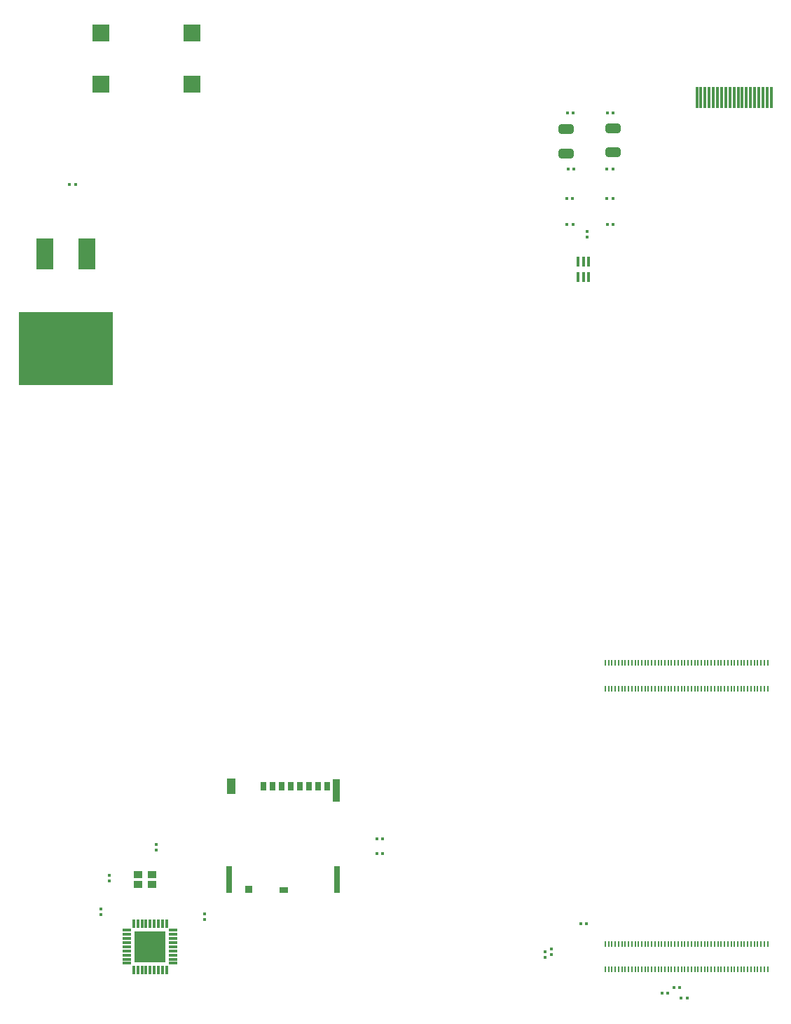
<source format=gbr>
%TF.GenerationSoftware,KiCad,Pcbnew,8.0.8*%
%TF.CreationDate,2025-08-13T22:48:38+02:00*%
%TF.ProjectId,RetroConsoleMk3,52657472-6f43-46f6-9e73-6f6c654d6b33,rev?*%
%TF.SameCoordinates,PX237a085PY9f06730*%
%TF.FileFunction,Paste,Top*%
%TF.FilePolarity,Positive*%
%FSLAX46Y46*%
G04 Gerber Fmt 4.6, Leading zero omitted, Abs format (unit mm)*
G04 Created by KiCad (PCBNEW 8.0.8) date 2025-08-13 22:48:38*
%MOMM*%
%LPD*%
G01*
G04 APERTURE LIST*
G04 Aperture macros list*
%AMRoundRect*
0 Rectangle with rounded corners*
0 $1 Rounding radius*
0 $2 $3 $4 $5 $6 $7 $8 $9 X,Y pos of 4 corners*
0 Add a 4 corners polygon primitive as box body*
4,1,4,$2,$3,$4,$5,$6,$7,$8,$9,$2,$3,0*
0 Add four circle primitives for the rounded corners*
1,1,$1+$1,$2,$3*
1,1,$1+$1,$4,$5*
1,1,$1+$1,$6,$7*
1,1,$1+$1,$8,$9*
0 Add four rect primitives between the rounded corners*
20,1,$1+$1,$2,$3,$4,$5,0*
20,1,$1+$1,$4,$5,$6,$7,0*
20,1,$1+$1,$6,$7,$8,$9,0*
20,1,$1+$1,$8,$9,$2,$3,0*%
G04 Aperture macros list end*
%ADD10RoundRect,0.079500X-0.100500X0.079500X-0.100500X-0.079500X0.100500X-0.079500X0.100500X0.079500X0*%
%ADD11RoundRect,0.079500X0.100500X-0.079500X0.100500X0.079500X-0.100500X0.079500X-0.100500X-0.079500X0*%
%ADD12R,0.700000X1.100000*%
%ADD13R,0.900000X0.930000*%
%ADD14R,1.050000X0.780000*%
%ADD15R,0.700000X3.330000*%
%ADD16R,1.140000X1.830000*%
%ADD17R,0.860000X2.800000*%
%ADD18RoundRect,0.250000X-0.650000X0.325000X-0.650000X-0.325000X0.650000X-0.325000X0.650000X0.325000X0*%
%ADD19R,2.000000X2.000000*%
%ADD20RoundRect,0.079500X0.079500X0.100500X-0.079500X0.100500X-0.079500X-0.100500X0.079500X-0.100500X0*%
%ADD21RoundRect,0.079500X-0.079500X-0.100500X0.079500X-0.100500X0.079500X0.100500X-0.079500X0.100500X0*%
%ADD22R,1.000000X0.900000*%
%ADD23R,0.400000X1.200000*%
%ADD24R,0.200000X0.700000*%
%ADD25R,0.300000X2.600000*%
%ADD26R,2.080000X3.810000*%
%ADD27R,11.430000X8.890000*%
%ADD28R,1.100000X0.300000*%
%ADD29R,0.300000X1.100000*%
%ADD30R,3.800000X3.800000*%
G04 APERTURE END LIST*
D10*
%TO.C,R13*%
X73449995Y19145000D03*
X73449995Y18455000D03*
%TD*%
D11*
%TO.C,C3*%
X78549995Y105405000D03*
X78549995Y106095000D03*
%TD*%
D12*
%TO.C,J2*%
X39419995Y39125000D03*
X40519995Y39125000D03*
X41619995Y39125000D03*
X42719995Y39125000D03*
X43819995Y39125000D03*
X44919995Y39125000D03*
X46019995Y39125000D03*
X47119995Y39125000D03*
D13*
X37629995Y26660000D03*
D14*
X41894995Y26585000D03*
D15*
X35319995Y27860000D03*
D16*
X35539995Y39110000D03*
D17*
X48199995Y38625000D03*
D15*
X48279995Y27860000D03*
%TD*%
D18*
%TO.C,C7*%
X81699995Y118575000D03*
X81699995Y115625000D03*
%TD*%
D19*
%TO.C,J8*%
X19799995Y130100000D03*
X19799995Y123900000D03*
X30799995Y130100000D03*
X30799995Y123900000D03*
%TD*%
D20*
%TO.C,R7*%
X81674995Y106945000D03*
X80984995Y106945000D03*
%TD*%
D21*
%TO.C,R12*%
X87609995Y14150000D03*
X88299995Y14150000D03*
%TD*%
D22*
%TO.C,Y1*%
X25949995Y28476000D03*
X24299995Y28476000D03*
X24299995Y27250000D03*
X25949995Y27250000D03*
%TD*%
D21*
%TO.C,R1*%
X53109995Y31000000D03*
X53799995Y31000000D03*
%TD*%
%TO.C,R5*%
X76249995Y113600000D03*
X76939995Y113600000D03*
%TD*%
D23*
%TO.C,IC2*%
X77449995Y100600000D03*
X78099995Y100600000D03*
X78749995Y100600000D03*
X78749995Y102500000D03*
X78099995Y102500000D03*
X77449995Y102500000D03*
%TD*%
D21*
%TO.C,R6*%
X76184995Y120400000D03*
X76874995Y120400000D03*
%TD*%
D24*
%TO.C,Module1*%
X80749995Y17000000D03*
X80749995Y20080000D03*
X81149995Y17000000D03*
X81149995Y20080000D03*
X81549995Y17000000D03*
X81549995Y20080000D03*
X81949995Y17000000D03*
X81949995Y20080000D03*
X82349995Y17000000D03*
X82349995Y20080000D03*
X82749995Y17000000D03*
X82749995Y20080000D03*
X83149995Y17000000D03*
X83149995Y20080000D03*
X83549995Y17000000D03*
X83549995Y20080000D03*
X83949995Y17000000D03*
X83949995Y20080000D03*
X84349995Y17000000D03*
X84349995Y20080000D03*
X84749995Y17000000D03*
X84749995Y20080000D03*
X85149995Y17000000D03*
X85149995Y20080000D03*
X85549995Y17000000D03*
X85549995Y20080000D03*
X85949995Y17000000D03*
X85949995Y20080000D03*
X86349995Y17000000D03*
X86349995Y20080000D03*
X86749995Y17000000D03*
X86749995Y20080000D03*
X87149995Y17000000D03*
X87149995Y20080000D03*
X87549995Y17000000D03*
X87549995Y20080000D03*
X87949995Y17000000D03*
X87949995Y20080000D03*
X88349995Y17000000D03*
X88349995Y20080000D03*
X88749995Y17000000D03*
X88749995Y20080000D03*
X89149995Y17000000D03*
X89149995Y20080000D03*
X89549995Y17000000D03*
X89549995Y20080000D03*
X89949995Y17000000D03*
X89949995Y20080000D03*
X90349995Y17000000D03*
X90349995Y20080000D03*
X90749995Y17000000D03*
X90749995Y20080000D03*
X91149995Y17000000D03*
X91149995Y20080000D03*
X91549995Y17000000D03*
X91549995Y20080000D03*
X91949995Y17000000D03*
X91949995Y20080000D03*
X92349995Y17000000D03*
X92349995Y20080000D03*
X92749995Y17000000D03*
X92749995Y20080000D03*
X93149995Y17000000D03*
X93149995Y20080000D03*
X93549995Y17000000D03*
X93549995Y20080000D03*
X93949995Y17000000D03*
X93949995Y20080000D03*
X94349995Y17000000D03*
X94349995Y20080000D03*
X94749995Y17000000D03*
X94749995Y20080000D03*
X95149995Y17000000D03*
X95149995Y20080000D03*
X95549995Y17000000D03*
X95549995Y20080000D03*
X95949995Y17000000D03*
X95949995Y20080000D03*
X96349995Y17000000D03*
X96349995Y20080000D03*
X96749995Y17000000D03*
X96749995Y20080000D03*
X97149995Y17000000D03*
X97149995Y20080000D03*
X97549995Y17000000D03*
X97549995Y20080000D03*
X97949995Y17000000D03*
X97949995Y20080000D03*
X98349995Y17000000D03*
X98349995Y20080000D03*
X98749995Y17000000D03*
X98749995Y20080000D03*
X99149995Y17000000D03*
X99149995Y20080000D03*
X99549995Y17000000D03*
X99549995Y20080000D03*
X99949995Y17000000D03*
X99949995Y20080000D03*
X100349995Y17000000D03*
X100349995Y20080000D03*
X80749995Y50920000D03*
X80749995Y54000000D03*
X81149995Y50920000D03*
X81149995Y54000000D03*
X81549995Y50920000D03*
X81549995Y54000000D03*
X81949995Y50920000D03*
X81949995Y54000000D03*
X82349995Y50920000D03*
X82349995Y54000000D03*
X82749995Y50920000D03*
X82749995Y54000000D03*
X83149995Y50920000D03*
X83149995Y54000000D03*
X83549995Y50920000D03*
X83549995Y54000000D03*
X83949995Y50920000D03*
X83949995Y54000000D03*
X84349995Y50920000D03*
X84349995Y54000000D03*
X84749995Y50920000D03*
X84749995Y54000000D03*
X85149995Y50920000D03*
X85149995Y54000000D03*
X85549995Y50920000D03*
X85549995Y54000000D03*
X85949995Y50920000D03*
X85949995Y54000000D03*
X86349995Y50920000D03*
X86349995Y54000000D03*
X86749995Y50920000D03*
X86749995Y54000000D03*
X87149995Y50920000D03*
X87149995Y54000000D03*
X87549995Y50920000D03*
X87549995Y54000000D03*
X87949995Y50920000D03*
X87949995Y54000000D03*
X88349995Y50920000D03*
X88349995Y54000000D03*
X88749995Y50920000D03*
X88749995Y54000000D03*
X89149995Y50920000D03*
X89149995Y54000000D03*
X89549995Y50920000D03*
X89549995Y54000000D03*
X89949995Y50920000D03*
X89949995Y54000000D03*
X90349995Y50920000D03*
X90349995Y54000000D03*
X90749995Y50920000D03*
X90749995Y54000000D03*
X91149995Y50920000D03*
X91149995Y54000000D03*
X91549995Y50920000D03*
X91549995Y54000000D03*
X91949995Y50920000D03*
X91949995Y54000000D03*
X92349995Y50920000D03*
X92349995Y54000000D03*
X92749995Y50920000D03*
X92749995Y54000000D03*
X93149995Y50920000D03*
X93149995Y54000000D03*
X93549995Y50920000D03*
X93549995Y54000000D03*
X93949995Y50920000D03*
X93949995Y54000000D03*
X94349995Y50920000D03*
X94349995Y54000000D03*
X94749995Y50920000D03*
X94749995Y54000000D03*
X95149995Y50920000D03*
X95149995Y54000000D03*
X95549995Y50920000D03*
X95549995Y54000000D03*
X95949995Y50920000D03*
X95949995Y54000000D03*
X96349995Y50920000D03*
X96349995Y54000000D03*
X96749995Y50920000D03*
X96749995Y54000000D03*
X97149995Y50920000D03*
X97149995Y54000000D03*
X97549995Y50920000D03*
X97549995Y54000000D03*
X97949995Y50920000D03*
X97949995Y54000000D03*
X98349995Y50920000D03*
X98349995Y54000000D03*
X98749995Y50920000D03*
X98749995Y54000000D03*
X99149995Y50920000D03*
X99149995Y54000000D03*
X99549995Y50920000D03*
X99549995Y54000000D03*
X99949995Y50920000D03*
X99949995Y54000000D03*
X100349995Y50920000D03*
X100349995Y54000000D03*
%TD*%
D21*
%TO.C,D1*%
X53122495Y32800000D03*
X53812495Y32800000D03*
%TD*%
D20*
%TO.C,C6*%
X81639995Y110100000D03*
X80949995Y110100000D03*
%TD*%
%TO.C,R8*%
X81639995Y113600000D03*
X80949995Y113600000D03*
%TD*%
D21*
%TO.C,R15*%
X89934995Y13550000D03*
X90624995Y13550000D03*
%TD*%
D20*
%TO.C,R9*%
X81694995Y120400000D03*
X81004995Y120400000D03*
%TD*%
D21*
%TO.C,R11*%
X89054995Y14800000D03*
X89744995Y14800000D03*
%TD*%
D20*
%TO.C,R10*%
X16699995Y111750000D03*
X16009995Y111750000D03*
%TD*%
D10*
%TO.C,C1*%
X26449995Y32140000D03*
X26449995Y31450000D03*
%TD*%
D21*
%TO.C,C4*%
X76059995Y110100000D03*
X76749995Y110100000D03*
%TD*%
D25*
%TO.C,J4*%
X91799995Y122280000D03*
X92299995Y122280000D03*
X92799995Y122280000D03*
X93299995Y122280000D03*
X93799995Y122280000D03*
X94299995Y122280000D03*
X94799995Y122280000D03*
X95299995Y122280000D03*
X95799995Y122280000D03*
X96299995Y122280000D03*
X96799995Y122280000D03*
X97299995Y122280000D03*
X97799995Y122280000D03*
X98299995Y122280000D03*
X98799995Y122280000D03*
X99299995Y122280000D03*
X99799995Y122280000D03*
X100299995Y122280000D03*
X100799995Y122280000D03*
%TD*%
D26*
%TO.C,Q1*%
X18129995Y103400000D03*
D27*
X15589995Y91970000D03*
D26*
X13049995Y103400000D03*
%TD*%
D10*
%TO.C,R14*%
X74249995Y19495000D03*
X74249995Y18805000D03*
%TD*%
D21*
%TO.C,R4*%
X76124995Y106945000D03*
X76814995Y106945000D03*
%TD*%
D20*
%TO.C,R16*%
X78444995Y22500000D03*
X77754995Y22500000D03*
%TD*%
D11*
%TO.C,R2*%
X32299995Y23000000D03*
X32299995Y23690000D03*
%TD*%
D18*
%TO.C,C5*%
X76049995Y118475000D03*
X76049995Y115525000D03*
%TD*%
D11*
%TO.C,C2*%
X20799995Y27725000D03*
X20799995Y28415000D03*
%TD*%
%TO.C,R3*%
X19799995Y23655000D03*
X19799995Y24345000D03*
%TD*%
D28*
%TO.C,IC1*%
X22949995Y21750000D03*
X22949995Y21250000D03*
X22949995Y20750000D03*
X22949995Y20250000D03*
X22949995Y19750000D03*
X22949995Y19250000D03*
X22949995Y18750000D03*
X22949995Y18250000D03*
X22949995Y17750000D03*
D29*
X23749995Y16950000D03*
X24249995Y16950000D03*
X24749995Y16950000D03*
X25249995Y16950000D03*
X25749995Y16950000D03*
X26249995Y16950000D03*
X26749995Y16950000D03*
X27249995Y16950000D03*
X27749995Y16950000D03*
D28*
X28549995Y17750000D03*
X28549995Y18250000D03*
X28549995Y18750000D03*
X28549995Y19250000D03*
X28549995Y19750000D03*
X28549995Y20250000D03*
X28549995Y20750000D03*
X28549995Y21250000D03*
X28549995Y21750000D03*
D29*
X27749995Y22550000D03*
X27249995Y22550000D03*
X26749995Y22550000D03*
X26249995Y22550000D03*
X25749995Y22550000D03*
X25249995Y22550000D03*
X24749995Y22550000D03*
X24249995Y22550000D03*
X23749995Y22550000D03*
D30*
X25749995Y19750000D03*
%TD*%
M02*

</source>
